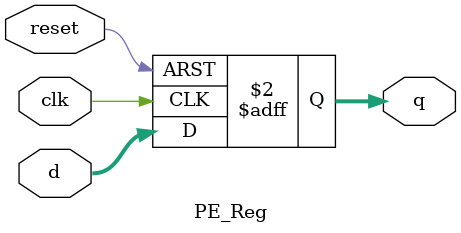
<source format=v>

`timescale 1ns / 1ps

module PE_Reg#(parameter REG_WIDTH = 16)(
    input clk, reset,
    input [REG_WIDTH-1:0] d,
    output reg [REG_WIDTH-1:0] q
    );

    always @(posedge clk or posedge reset) begin
        if(reset)
            q <= 0;
        else 
            q <= d;
    end

endmodule
</source>
